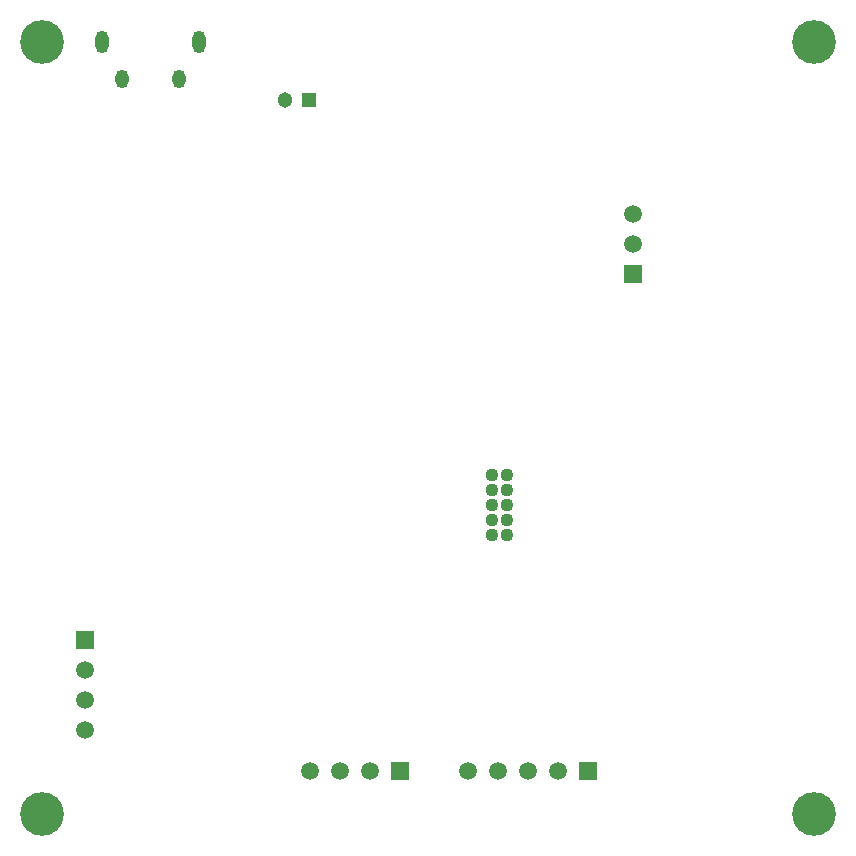
<source format=gbs>
G04*
G04 #@! TF.GenerationSoftware,Altium Limited,Altium Designer,23.2.1 (34)*
G04*
G04 Layer_Color=16711935*
%FSLAX44Y44*%
%MOMM*%
G71*
G04*
G04 #@! TF.SameCoordinates,6C2AB55D-B72B-4B93-AE35-0C838568E6CE*
G04*
G04*
G04 #@! TF.FilePolarity,Negative*
G04*
G01*
G75*
%ADD108C,3.7016*%
%ADD109C,1.4996*%
%ADD110R,1.4996X1.4996*%
%ADD111C,1.1074*%
%ADD112O,1.1016X1.5616*%
%ADD113O,1.1016X1.9016*%
%ADD114R,1.4996X1.4996*%
%ADD115R,1.3016X1.3016*%
%ADD116C,1.3016*%
D108*
X676500Y676500D02*
D03*
X23500Y23500D02*
D03*
X676500D02*
D03*
X23500Y676500D02*
D03*
D109*
X409626Y59360D02*
D03*
X435026D02*
D03*
X460426D02*
D03*
X384226D02*
D03*
X249962Y59406D02*
D03*
X275362D02*
D03*
X300762D02*
D03*
X523916Y531090D02*
D03*
Y505690D02*
D03*
X60000Y94412D02*
D03*
Y119812D02*
D03*
Y145212D02*
D03*
D110*
X485826Y59360D02*
D03*
X326162Y59406D02*
D03*
D111*
X416642Y259810D02*
D03*
X403942D02*
D03*
Y285210D02*
D03*
Y272510D02*
D03*
X416642Y285210D02*
D03*
Y272510D02*
D03*
Y297910D02*
D03*
Y310610D02*
D03*
X403942Y297910D02*
D03*
Y310610D02*
D03*
D112*
X90732Y645700D02*
D03*
X139232D02*
D03*
D113*
X73982Y676500D02*
D03*
X155982D02*
D03*
D114*
X523916Y480290D02*
D03*
X60000Y170612D02*
D03*
D115*
X249382Y627886D02*
D03*
D116*
X229382D02*
D03*
M02*

</source>
